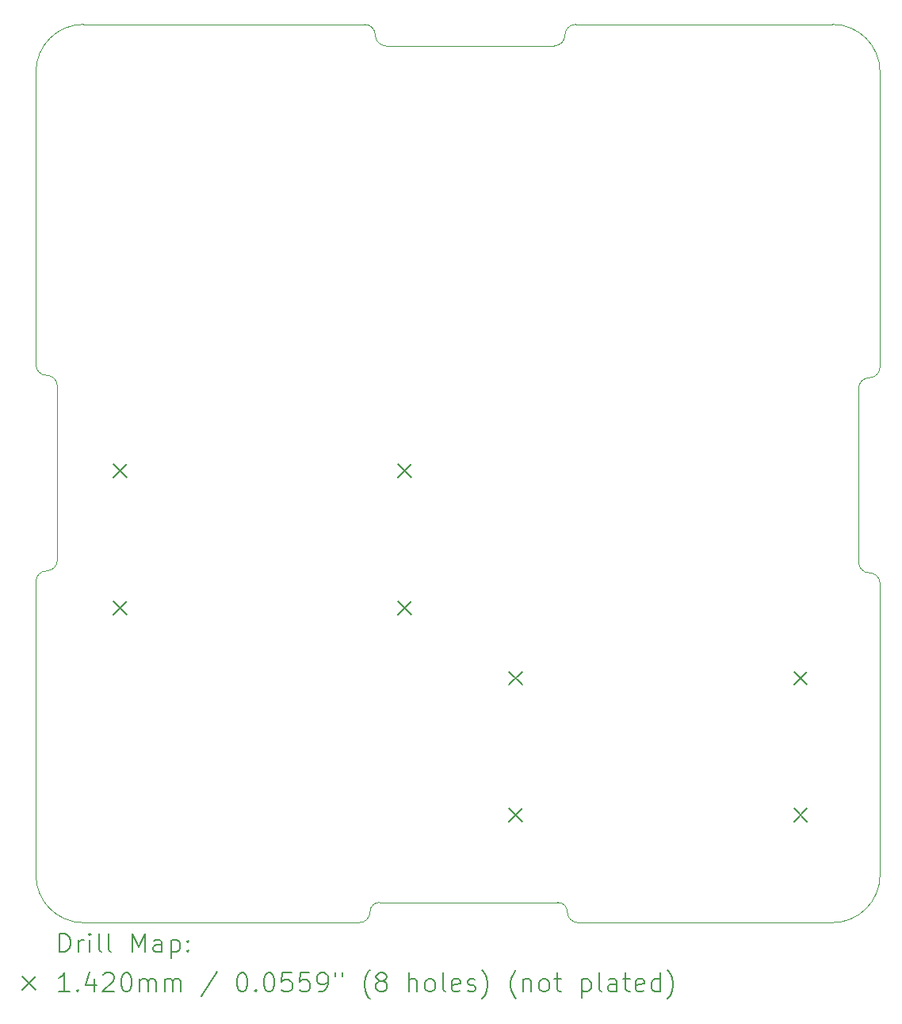
<source format=gbr>
%TF.GenerationSoftware,KiCad,Pcbnew,(6.0.7-1)-1*%
%TF.CreationDate,2023-01-03T11:59:28-05:00*%
%TF.ProjectId,comm-rfb,636f6d6d-2d72-4666-922e-6b696361645f,rev?*%
%TF.SameCoordinates,Original*%
%TF.FileFunction,Drillmap*%
%TF.FilePolarity,Positive*%
%FSLAX45Y45*%
G04 Gerber Fmt 4.5, Leading zero omitted, Abs format (unit mm)*
G04 Created by KiCad (PCBNEW (6.0.7-1)-1) date 2023-01-03 11:59:28*
%MOMM*%
%LPD*%
G01*
G04 APERTURE LIST*
%ADD10C,0.100000*%
%ADD11C,0.200000*%
%ADD12C,0.142000*%
G04 APERTURE END LIST*
D10*
X11430000Y-4699000D02*
G75*
G03*
X10922000Y-5207000I0J-508000D01*
G01*
X14546120Y-4813300D02*
G75*
G03*
X14431822Y-4699000I-114300J0D01*
G01*
X19939000Y-8356600D02*
X19939000Y-5207000D01*
X11150600Y-8559800D02*
G75*
G03*
X11036300Y-8445500I-114300J0D01*
G01*
X11036300Y-10532920D02*
G75*
G03*
X10922000Y-10647222I0J-114300D01*
G01*
X14660422Y-4927600D02*
X16459200Y-4927600D01*
X19431000Y-14287500D02*
G75*
G03*
X19939000Y-13779500I0J508000D01*
G01*
X19824700Y-8470900D02*
G75*
G03*
X19939000Y-8356600I0J114300D01*
G01*
X11430000Y-4699000D02*
X14431822Y-4699000D01*
X10922000Y-10647222D02*
X10922000Y-13779500D01*
X16459200Y-4927600D02*
G75*
G03*
X16573500Y-4813300I0J114300D01*
G01*
X19824700Y-8470900D02*
G75*
G03*
X19710400Y-8585200I0J-114300D01*
G01*
X16687800Y-4699000D02*
G75*
G03*
X16573500Y-4813300I0J-114300D01*
G01*
X16687800Y-4699000D02*
X19431000Y-4699000D01*
X16598900Y-14173200D02*
G75*
G03*
X16713200Y-14287500I114300J0D01*
G01*
X19710400Y-10439400D02*
G75*
G03*
X19824700Y-10553700I114300J0D01*
G01*
X16713200Y-14287500D02*
X19431000Y-14287500D01*
X19710400Y-10439400D02*
X19710400Y-8585200D01*
X19939000Y-13779500D02*
X19939000Y-10668000D01*
X11430000Y-14287500D02*
X14376400Y-14287500D01*
X14592300Y-14071600D02*
X16497300Y-14071600D01*
X14592300Y-14071600D02*
G75*
G03*
X14490700Y-14173200I0J-101600D01*
G01*
X16598900Y-14173200D02*
G75*
G03*
X16497300Y-14071600I-101600J0D01*
G01*
X14376400Y-14287500D02*
G75*
G03*
X14490700Y-14173200I0J114300D01*
G01*
X19939000Y-10668000D02*
G75*
G03*
X19824700Y-10553700I-114300J0D01*
G01*
X14546120Y-4813300D02*
G75*
G03*
X14660422Y-4927600I114300J0D01*
G01*
X11150600Y-8559800D02*
X11150600Y-10418622D01*
X11036300Y-10532920D02*
G75*
G03*
X11150600Y-10418622I0J114300D01*
G01*
X10922000Y-5207000D02*
X10922000Y-8331200D01*
X10922000Y-13779500D02*
G75*
G03*
X11430000Y-14287500I508000J0D01*
G01*
X19939000Y-5207000D02*
G75*
G03*
X19431000Y-4699000I-508000J0D01*
G01*
X10922000Y-8331200D02*
G75*
G03*
X11036300Y-8445500I114300J0D01*
G01*
D11*
D12*
X11750160Y-9394060D02*
X11892160Y-9536060D01*
X11892160Y-9394060D02*
X11750160Y-9536060D01*
X11750160Y-10855060D02*
X11892160Y-10997060D01*
X11892160Y-10855060D02*
X11750160Y-10997060D01*
X14790540Y-9394060D02*
X14932540Y-9536060D01*
X14932540Y-9394060D02*
X14790540Y-9536060D01*
X14790540Y-10855060D02*
X14932540Y-10997060D01*
X14932540Y-10855060D02*
X14790540Y-10997060D01*
X15977940Y-11606400D02*
X16119940Y-11748400D01*
X16119940Y-11606400D02*
X15977940Y-11748400D01*
X15977940Y-13067400D02*
X16119940Y-13209400D01*
X16119940Y-13067400D02*
X15977940Y-13209400D01*
X19018000Y-11606400D02*
X19160000Y-11748400D01*
X19160000Y-11606400D02*
X19018000Y-11748400D01*
X19018000Y-13067400D02*
X19160000Y-13209400D01*
X19160000Y-13067400D02*
X19018000Y-13209400D01*
D11*
X11174619Y-14602976D02*
X11174619Y-14402976D01*
X11222238Y-14402976D01*
X11250809Y-14412500D01*
X11269857Y-14431548D01*
X11279381Y-14450595D01*
X11288905Y-14488690D01*
X11288905Y-14517262D01*
X11279381Y-14555357D01*
X11269857Y-14574405D01*
X11250809Y-14593452D01*
X11222238Y-14602976D01*
X11174619Y-14602976D01*
X11374619Y-14602976D02*
X11374619Y-14469643D01*
X11374619Y-14507738D02*
X11384143Y-14488690D01*
X11393667Y-14479167D01*
X11412714Y-14469643D01*
X11431762Y-14469643D01*
X11498428Y-14602976D02*
X11498428Y-14469643D01*
X11498428Y-14402976D02*
X11488905Y-14412500D01*
X11498428Y-14422024D01*
X11507952Y-14412500D01*
X11498428Y-14402976D01*
X11498428Y-14422024D01*
X11622238Y-14602976D02*
X11603190Y-14593452D01*
X11593667Y-14574405D01*
X11593667Y-14402976D01*
X11727000Y-14602976D02*
X11707952Y-14593452D01*
X11698428Y-14574405D01*
X11698428Y-14402976D01*
X11955571Y-14602976D02*
X11955571Y-14402976D01*
X12022238Y-14545833D01*
X12088905Y-14402976D01*
X12088905Y-14602976D01*
X12269857Y-14602976D02*
X12269857Y-14498214D01*
X12260333Y-14479167D01*
X12241286Y-14469643D01*
X12203190Y-14469643D01*
X12184143Y-14479167D01*
X12269857Y-14593452D02*
X12250809Y-14602976D01*
X12203190Y-14602976D01*
X12184143Y-14593452D01*
X12174619Y-14574405D01*
X12174619Y-14555357D01*
X12184143Y-14536309D01*
X12203190Y-14526786D01*
X12250809Y-14526786D01*
X12269857Y-14517262D01*
X12365095Y-14469643D02*
X12365095Y-14669643D01*
X12365095Y-14479167D02*
X12384143Y-14469643D01*
X12422238Y-14469643D01*
X12441286Y-14479167D01*
X12450809Y-14488690D01*
X12460333Y-14507738D01*
X12460333Y-14564881D01*
X12450809Y-14583928D01*
X12441286Y-14593452D01*
X12422238Y-14602976D01*
X12384143Y-14602976D01*
X12365095Y-14593452D01*
X12546048Y-14583928D02*
X12555571Y-14593452D01*
X12546048Y-14602976D01*
X12536524Y-14593452D01*
X12546048Y-14583928D01*
X12546048Y-14602976D01*
X12546048Y-14479167D02*
X12555571Y-14488690D01*
X12546048Y-14498214D01*
X12536524Y-14488690D01*
X12546048Y-14479167D01*
X12546048Y-14498214D01*
D12*
X10775000Y-14861500D02*
X10917000Y-15003500D01*
X10917000Y-14861500D02*
X10775000Y-15003500D01*
D11*
X11279381Y-15022976D02*
X11165095Y-15022976D01*
X11222238Y-15022976D02*
X11222238Y-14822976D01*
X11203190Y-14851548D01*
X11184143Y-14870595D01*
X11165095Y-14880119D01*
X11365095Y-15003928D02*
X11374619Y-15013452D01*
X11365095Y-15022976D01*
X11355571Y-15013452D01*
X11365095Y-15003928D01*
X11365095Y-15022976D01*
X11546048Y-14889643D02*
X11546048Y-15022976D01*
X11498428Y-14813452D02*
X11450809Y-14956309D01*
X11574619Y-14956309D01*
X11641286Y-14842024D02*
X11650809Y-14832500D01*
X11669857Y-14822976D01*
X11717476Y-14822976D01*
X11736524Y-14832500D01*
X11746048Y-14842024D01*
X11755571Y-14861071D01*
X11755571Y-14880119D01*
X11746048Y-14908690D01*
X11631762Y-15022976D01*
X11755571Y-15022976D01*
X11879381Y-14822976D02*
X11898428Y-14822976D01*
X11917476Y-14832500D01*
X11927000Y-14842024D01*
X11936524Y-14861071D01*
X11946048Y-14899167D01*
X11946048Y-14946786D01*
X11936524Y-14984881D01*
X11927000Y-15003928D01*
X11917476Y-15013452D01*
X11898428Y-15022976D01*
X11879381Y-15022976D01*
X11860333Y-15013452D01*
X11850809Y-15003928D01*
X11841286Y-14984881D01*
X11831762Y-14946786D01*
X11831762Y-14899167D01*
X11841286Y-14861071D01*
X11850809Y-14842024D01*
X11860333Y-14832500D01*
X11879381Y-14822976D01*
X12031762Y-15022976D02*
X12031762Y-14889643D01*
X12031762Y-14908690D02*
X12041286Y-14899167D01*
X12060333Y-14889643D01*
X12088905Y-14889643D01*
X12107952Y-14899167D01*
X12117476Y-14918214D01*
X12117476Y-15022976D01*
X12117476Y-14918214D02*
X12127000Y-14899167D01*
X12146048Y-14889643D01*
X12174619Y-14889643D01*
X12193667Y-14899167D01*
X12203190Y-14918214D01*
X12203190Y-15022976D01*
X12298428Y-15022976D02*
X12298428Y-14889643D01*
X12298428Y-14908690D02*
X12307952Y-14899167D01*
X12327000Y-14889643D01*
X12355571Y-14889643D01*
X12374619Y-14899167D01*
X12384143Y-14918214D01*
X12384143Y-15022976D01*
X12384143Y-14918214D02*
X12393667Y-14899167D01*
X12412714Y-14889643D01*
X12441286Y-14889643D01*
X12460333Y-14899167D01*
X12469857Y-14918214D01*
X12469857Y-15022976D01*
X12860333Y-14813452D02*
X12688905Y-15070595D01*
X13117476Y-14822976D02*
X13136524Y-14822976D01*
X13155571Y-14832500D01*
X13165095Y-14842024D01*
X13174619Y-14861071D01*
X13184143Y-14899167D01*
X13184143Y-14946786D01*
X13174619Y-14984881D01*
X13165095Y-15003928D01*
X13155571Y-15013452D01*
X13136524Y-15022976D01*
X13117476Y-15022976D01*
X13098428Y-15013452D01*
X13088905Y-15003928D01*
X13079381Y-14984881D01*
X13069857Y-14946786D01*
X13069857Y-14899167D01*
X13079381Y-14861071D01*
X13088905Y-14842024D01*
X13098428Y-14832500D01*
X13117476Y-14822976D01*
X13269857Y-15003928D02*
X13279381Y-15013452D01*
X13269857Y-15022976D01*
X13260333Y-15013452D01*
X13269857Y-15003928D01*
X13269857Y-15022976D01*
X13403190Y-14822976D02*
X13422238Y-14822976D01*
X13441286Y-14832500D01*
X13450809Y-14842024D01*
X13460333Y-14861071D01*
X13469857Y-14899167D01*
X13469857Y-14946786D01*
X13460333Y-14984881D01*
X13450809Y-15003928D01*
X13441286Y-15013452D01*
X13422238Y-15022976D01*
X13403190Y-15022976D01*
X13384143Y-15013452D01*
X13374619Y-15003928D01*
X13365095Y-14984881D01*
X13355571Y-14946786D01*
X13355571Y-14899167D01*
X13365095Y-14861071D01*
X13374619Y-14842024D01*
X13384143Y-14832500D01*
X13403190Y-14822976D01*
X13650809Y-14822976D02*
X13555571Y-14822976D01*
X13546048Y-14918214D01*
X13555571Y-14908690D01*
X13574619Y-14899167D01*
X13622238Y-14899167D01*
X13641286Y-14908690D01*
X13650809Y-14918214D01*
X13660333Y-14937262D01*
X13660333Y-14984881D01*
X13650809Y-15003928D01*
X13641286Y-15013452D01*
X13622238Y-15022976D01*
X13574619Y-15022976D01*
X13555571Y-15013452D01*
X13546048Y-15003928D01*
X13841286Y-14822976D02*
X13746048Y-14822976D01*
X13736524Y-14918214D01*
X13746048Y-14908690D01*
X13765095Y-14899167D01*
X13812714Y-14899167D01*
X13831762Y-14908690D01*
X13841286Y-14918214D01*
X13850809Y-14937262D01*
X13850809Y-14984881D01*
X13841286Y-15003928D01*
X13831762Y-15013452D01*
X13812714Y-15022976D01*
X13765095Y-15022976D01*
X13746048Y-15013452D01*
X13736524Y-15003928D01*
X13946048Y-15022976D02*
X13984143Y-15022976D01*
X14003190Y-15013452D01*
X14012714Y-15003928D01*
X14031762Y-14975357D01*
X14041286Y-14937262D01*
X14041286Y-14861071D01*
X14031762Y-14842024D01*
X14022238Y-14832500D01*
X14003190Y-14822976D01*
X13965095Y-14822976D01*
X13946048Y-14832500D01*
X13936524Y-14842024D01*
X13927000Y-14861071D01*
X13927000Y-14908690D01*
X13936524Y-14927738D01*
X13946048Y-14937262D01*
X13965095Y-14946786D01*
X14003190Y-14946786D01*
X14022238Y-14937262D01*
X14031762Y-14927738D01*
X14041286Y-14908690D01*
X14117476Y-14822976D02*
X14117476Y-14861071D01*
X14193667Y-14822976D02*
X14193667Y-14861071D01*
X14488905Y-15099167D02*
X14479381Y-15089643D01*
X14460333Y-15061071D01*
X14450809Y-15042024D01*
X14441286Y-15013452D01*
X14431762Y-14965833D01*
X14431762Y-14927738D01*
X14441286Y-14880119D01*
X14450809Y-14851548D01*
X14460333Y-14832500D01*
X14479381Y-14803928D01*
X14488905Y-14794405D01*
X14593667Y-14908690D02*
X14574619Y-14899167D01*
X14565095Y-14889643D01*
X14555571Y-14870595D01*
X14555571Y-14861071D01*
X14565095Y-14842024D01*
X14574619Y-14832500D01*
X14593667Y-14822976D01*
X14631762Y-14822976D01*
X14650809Y-14832500D01*
X14660333Y-14842024D01*
X14669857Y-14861071D01*
X14669857Y-14870595D01*
X14660333Y-14889643D01*
X14650809Y-14899167D01*
X14631762Y-14908690D01*
X14593667Y-14908690D01*
X14574619Y-14918214D01*
X14565095Y-14927738D01*
X14555571Y-14946786D01*
X14555571Y-14984881D01*
X14565095Y-15003928D01*
X14574619Y-15013452D01*
X14593667Y-15022976D01*
X14631762Y-15022976D01*
X14650809Y-15013452D01*
X14660333Y-15003928D01*
X14669857Y-14984881D01*
X14669857Y-14946786D01*
X14660333Y-14927738D01*
X14650809Y-14918214D01*
X14631762Y-14908690D01*
X14907952Y-15022976D02*
X14907952Y-14822976D01*
X14993667Y-15022976D02*
X14993667Y-14918214D01*
X14984143Y-14899167D01*
X14965095Y-14889643D01*
X14936524Y-14889643D01*
X14917476Y-14899167D01*
X14907952Y-14908690D01*
X15117476Y-15022976D02*
X15098428Y-15013452D01*
X15088905Y-15003928D01*
X15079381Y-14984881D01*
X15079381Y-14927738D01*
X15088905Y-14908690D01*
X15098428Y-14899167D01*
X15117476Y-14889643D01*
X15146048Y-14889643D01*
X15165095Y-14899167D01*
X15174619Y-14908690D01*
X15184143Y-14927738D01*
X15184143Y-14984881D01*
X15174619Y-15003928D01*
X15165095Y-15013452D01*
X15146048Y-15022976D01*
X15117476Y-15022976D01*
X15298428Y-15022976D02*
X15279381Y-15013452D01*
X15269857Y-14994405D01*
X15269857Y-14822976D01*
X15450809Y-15013452D02*
X15431762Y-15022976D01*
X15393667Y-15022976D01*
X15374619Y-15013452D01*
X15365095Y-14994405D01*
X15365095Y-14918214D01*
X15374619Y-14899167D01*
X15393667Y-14889643D01*
X15431762Y-14889643D01*
X15450809Y-14899167D01*
X15460333Y-14918214D01*
X15460333Y-14937262D01*
X15365095Y-14956309D01*
X15536524Y-15013452D02*
X15555571Y-15022976D01*
X15593667Y-15022976D01*
X15612714Y-15013452D01*
X15622238Y-14994405D01*
X15622238Y-14984881D01*
X15612714Y-14965833D01*
X15593667Y-14956309D01*
X15565095Y-14956309D01*
X15546048Y-14946786D01*
X15536524Y-14927738D01*
X15536524Y-14918214D01*
X15546048Y-14899167D01*
X15565095Y-14889643D01*
X15593667Y-14889643D01*
X15612714Y-14899167D01*
X15688905Y-15099167D02*
X15698428Y-15089643D01*
X15717476Y-15061071D01*
X15727000Y-15042024D01*
X15736524Y-15013452D01*
X15746048Y-14965833D01*
X15746048Y-14927738D01*
X15736524Y-14880119D01*
X15727000Y-14851548D01*
X15717476Y-14832500D01*
X15698428Y-14803928D01*
X15688905Y-14794405D01*
X16050809Y-15099167D02*
X16041286Y-15089643D01*
X16022238Y-15061071D01*
X16012714Y-15042024D01*
X16003190Y-15013452D01*
X15993667Y-14965833D01*
X15993667Y-14927738D01*
X16003190Y-14880119D01*
X16012714Y-14851548D01*
X16022238Y-14832500D01*
X16041286Y-14803928D01*
X16050809Y-14794405D01*
X16127000Y-14889643D02*
X16127000Y-15022976D01*
X16127000Y-14908690D02*
X16136524Y-14899167D01*
X16155571Y-14889643D01*
X16184143Y-14889643D01*
X16203190Y-14899167D01*
X16212714Y-14918214D01*
X16212714Y-15022976D01*
X16336524Y-15022976D02*
X16317476Y-15013452D01*
X16307952Y-15003928D01*
X16298428Y-14984881D01*
X16298428Y-14927738D01*
X16307952Y-14908690D01*
X16317476Y-14899167D01*
X16336524Y-14889643D01*
X16365095Y-14889643D01*
X16384143Y-14899167D01*
X16393667Y-14908690D01*
X16403190Y-14927738D01*
X16403190Y-14984881D01*
X16393667Y-15003928D01*
X16384143Y-15013452D01*
X16365095Y-15022976D01*
X16336524Y-15022976D01*
X16460333Y-14889643D02*
X16536524Y-14889643D01*
X16488905Y-14822976D02*
X16488905Y-14994405D01*
X16498428Y-15013452D01*
X16517476Y-15022976D01*
X16536524Y-15022976D01*
X16755571Y-14889643D02*
X16755571Y-15089643D01*
X16755571Y-14899167D02*
X16774619Y-14889643D01*
X16812714Y-14889643D01*
X16831762Y-14899167D01*
X16841286Y-14908690D01*
X16850810Y-14927738D01*
X16850810Y-14984881D01*
X16841286Y-15003928D01*
X16831762Y-15013452D01*
X16812714Y-15022976D01*
X16774619Y-15022976D01*
X16755571Y-15013452D01*
X16965095Y-15022976D02*
X16946048Y-15013452D01*
X16936524Y-14994405D01*
X16936524Y-14822976D01*
X17127000Y-15022976D02*
X17127000Y-14918214D01*
X17117476Y-14899167D01*
X17098429Y-14889643D01*
X17060333Y-14889643D01*
X17041286Y-14899167D01*
X17127000Y-15013452D02*
X17107952Y-15022976D01*
X17060333Y-15022976D01*
X17041286Y-15013452D01*
X17031762Y-14994405D01*
X17031762Y-14975357D01*
X17041286Y-14956309D01*
X17060333Y-14946786D01*
X17107952Y-14946786D01*
X17127000Y-14937262D01*
X17193667Y-14889643D02*
X17269857Y-14889643D01*
X17222238Y-14822976D02*
X17222238Y-14994405D01*
X17231762Y-15013452D01*
X17250810Y-15022976D01*
X17269857Y-15022976D01*
X17412714Y-15013452D02*
X17393667Y-15022976D01*
X17355571Y-15022976D01*
X17336524Y-15013452D01*
X17327000Y-14994405D01*
X17327000Y-14918214D01*
X17336524Y-14899167D01*
X17355571Y-14889643D01*
X17393667Y-14889643D01*
X17412714Y-14899167D01*
X17422238Y-14918214D01*
X17422238Y-14937262D01*
X17327000Y-14956309D01*
X17593667Y-15022976D02*
X17593667Y-14822976D01*
X17593667Y-15013452D02*
X17574619Y-15022976D01*
X17536524Y-15022976D01*
X17517476Y-15013452D01*
X17507952Y-15003928D01*
X17498429Y-14984881D01*
X17498429Y-14927738D01*
X17507952Y-14908690D01*
X17517476Y-14899167D01*
X17536524Y-14889643D01*
X17574619Y-14889643D01*
X17593667Y-14899167D01*
X17669857Y-15099167D02*
X17679381Y-15089643D01*
X17698429Y-15061071D01*
X17707952Y-15042024D01*
X17717476Y-15013452D01*
X17727000Y-14965833D01*
X17727000Y-14927738D01*
X17717476Y-14880119D01*
X17707952Y-14851548D01*
X17698429Y-14832500D01*
X17679381Y-14803928D01*
X17669857Y-14794405D01*
M02*

</source>
